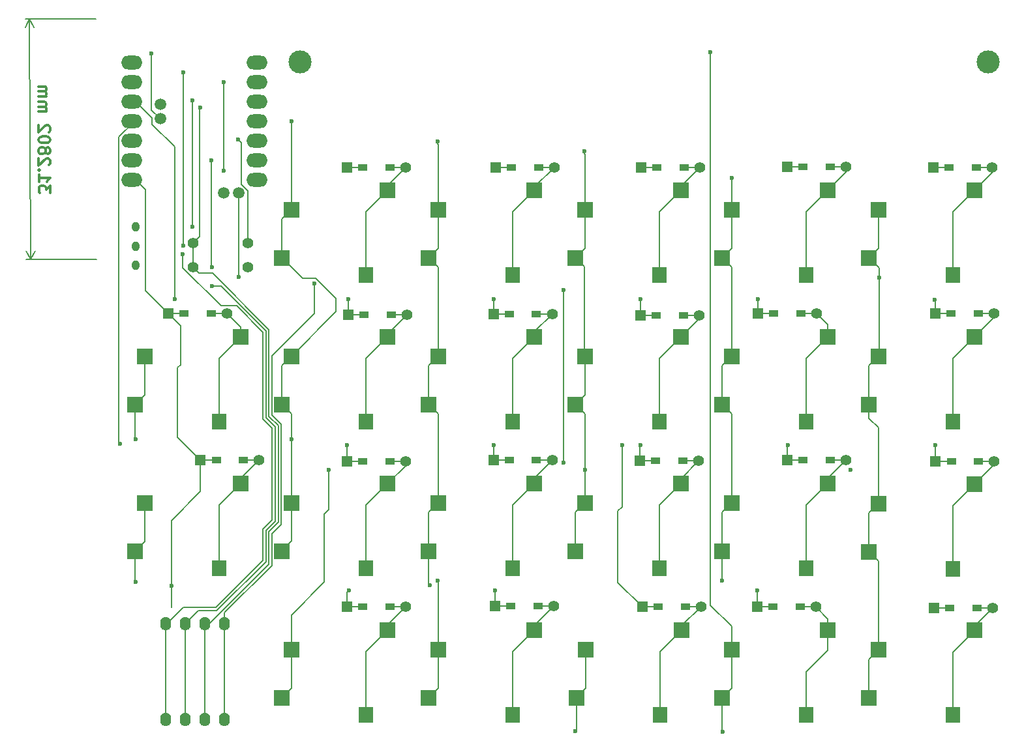
<source format=gbr>
%TF.GenerationSoftware,KiCad,Pcbnew,8.0.7*%
%TF.CreationDate,2025-02-20T17:21:25+09:00*%
%TF.ProjectId,cool642az1uball_R,636f6f6c-3634-4326-917a-317562616c6c,rev?*%
%TF.SameCoordinates,Original*%
%TF.FileFunction,Copper,L2,Bot*%
%TF.FilePolarity,Positive*%
%FSLAX46Y46*%
G04 Gerber Fmt 4.6, Leading zero omitted, Abs format (unit mm)*
G04 Created by KiCad (PCBNEW 8.0.7) date 2025-02-20 17:21:25*
%MOMM*%
%LPD*%
G01*
G04 APERTURE LIST*
%ADD10C,0.300000*%
%TA.AperFunction,NonConductor*%
%ADD11C,0.300000*%
%TD*%
%TA.AperFunction,NonConductor*%
%ADD12C,0.200000*%
%TD*%
%TA.AperFunction,ComponentPad*%
%ADD13R,1.397000X1.397000*%
%TD*%
%TA.AperFunction,SMDPad,CuDef*%
%ADD14R,1.300000X0.950000*%
%TD*%
%TA.AperFunction,ComponentPad*%
%ADD15C,1.397000*%
%TD*%
%TA.AperFunction,ComponentPad*%
%ADD16O,1.397000X1.778000*%
%TD*%
%TA.AperFunction,SMDPad,CuDef*%
%ADD17R,2.000000X2.000000*%
%TD*%
%TA.AperFunction,SMDPad,CuDef*%
%ADD18R,1.900000X2.000000*%
%TD*%
%TA.AperFunction,ComponentPad*%
%ADD19O,1.000000X1.300000*%
%TD*%
%TA.AperFunction,ComponentPad*%
%ADD20C,3.000000*%
%TD*%
%TA.AperFunction,ComponentPad*%
%ADD21O,2.750000X1.800000*%
%TD*%
%TA.AperFunction,ComponentPad*%
%ADD22C,1.500000*%
%TD*%
%TA.AperFunction,ViaPad*%
%ADD23C,0.600000*%
%TD*%
%TA.AperFunction,Conductor*%
%ADD24C,0.200000*%
%TD*%
G04 APERTURE END LIST*
D10*
D11*
X-38166205Y4719293D02*
X-38169173Y5647859D01*
X-38169173Y5647859D02*
X-38739001Y5146035D01*
X-38739001Y5146035D02*
X-38739686Y5360320D01*
X-38739686Y5360320D02*
X-38811571Y5502948D01*
X-38811571Y5502948D02*
X-38883227Y5574148D01*
X-38883227Y5574148D02*
X-39026312Y5645119D01*
X-39026312Y5645119D02*
X-39383453Y5643978D01*
X-39383453Y5643978D02*
X-39526081Y5572093D01*
X-39526081Y5572093D02*
X-39597281Y5500436D01*
X-39597281Y5500436D02*
X-39668252Y5357351D01*
X-39668252Y5357351D02*
X-39666882Y4928782D01*
X-39666882Y4928782D02*
X-39594997Y4786154D01*
X-39594997Y4786154D02*
X-39523341Y4714954D01*
X-39673733Y7071628D02*
X-39670993Y6214489D01*
X-39672363Y6643059D02*
X-38172370Y6647854D01*
X-38172370Y6647854D02*
X-38386198Y6504312D01*
X-38386198Y6504312D02*
X-38528598Y6360999D01*
X-38528598Y6360999D02*
X-38599569Y6217915D01*
X-39532932Y7714938D02*
X-39604588Y7786138D01*
X-39604588Y7786138D02*
X-39675788Y7714481D01*
X-39675788Y7714481D02*
X-39604131Y7643281D01*
X-39604131Y7643281D02*
X-39532932Y7714938D01*
X-39532932Y7714938D02*
X-39675788Y7714481D01*
X-38320707Y8361674D02*
X-38249507Y8433331D01*
X-38249507Y8433331D02*
X-38178536Y8576415D01*
X-38178536Y8576415D02*
X-38179678Y8933556D01*
X-38179678Y8933556D02*
X-38251562Y9076184D01*
X-38251562Y9076184D02*
X-38323219Y9147384D01*
X-38323219Y9147384D02*
X-38466304Y9218356D01*
X-38466304Y9218356D02*
X-38609160Y9217899D01*
X-38609160Y9217899D02*
X-38823216Y9145786D01*
X-38823216Y9145786D02*
X-39677615Y8285907D01*
X-39677615Y8285907D02*
X-39680583Y9214474D01*
X-38826185Y10074352D02*
X-38754300Y9931724D01*
X-38754300Y9931724D02*
X-38682644Y9860524D01*
X-38682644Y9860524D02*
X-38539559Y9789553D01*
X-38539559Y9789553D02*
X-38468131Y9789781D01*
X-38468131Y9789781D02*
X-38325503Y9861666D01*
X-38325503Y9861666D02*
X-38254303Y9933323D01*
X-38254303Y9933323D02*
X-38183331Y10076407D01*
X-38183331Y10076407D02*
X-38184245Y10362120D01*
X-38184245Y10362120D02*
X-38256130Y10504748D01*
X-38256130Y10504748D02*
X-38327786Y10575948D01*
X-38327786Y10575948D02*
X-38470871Y10646920D01*
X-38470871Y10646920D02*
X-38542299Y10646691D01*
X-38542299Y10646691D02*
X-38684927Y10574806D01*
X-38684927Y10574806D02*
X-38756127Y10503150D01*
X-38756127Y10503150D02*
X-38827098Y10360065D01*
X-38827098Y10360065D02*
X-38826185Y10074352D01*
X-38826185Y10074352D02*
X-38897157Y9931267D01*
X-38897157Y9931267D02*
X-38968356Y9859611D01*
X-38968356Y9859611D02*
X-39110984Y9787726D01*
X-39110984Y9787726D02*
X-39396697Y9786812D01*
X-39396697Y9786812D02*
X-39539782Y9857784D01*
X-39539782Y9857784D02*
X-39611439Y9928984D01*
X-39611439Y9928984D02*
X-39683324Y10071612D01*
X-39683324Y10071612D02*
X-39684237Y10357325D01*
X-39684237Y10357325D02*
X-39613265Y10500409D01*
X-39613265Y10500409D02*
X-39542066Y10572066D01*
X-39542066Y10572066D02*
X-39399438Y10643951D01*
X-39399438Y10643951D02*
X-39113725Y10644864D01*
X-39113725Y10644864D02*
X-38970640Y10573893D01*
X-38970640Y10573893D02*
X-38898983Y10502693D01*
X-38898983Y10502693D02*
X-38827098Y10360065D01*
X-38188127Y11576399D02*
X-38188583Y11719256D01*
X-38188583Y11719256D02*
X-38260468Y11861884D01*
X-38260468Y11861884D02*
X-38332125Y11933084D01*
X-38332125Y11933084D02*
X-38475210Y12004055D01*
X-38475210Y12004055D02*
X-38761151Y12074570D01*
X-38761151Y12074570D02*
X-39118292Y12073428D01*
X-39118292Y12073428D02*
X-39403776Y12001086D01*
X-39403776Y12001086D02*
X-39546404Y11929202D01*
X-39546404Y11929202D02*
X-39617604Y11857545D01*
X-39617604Y11857545D02*
X-39688576Y11714460D01*
X-39688576Y11714460D02*
X-39688119Y11571604D01*
X-39688119Y11571604D02*
X-39616234Y11428976D01*
X-39616234Y11428976D02*
X-39544577Y11357776D01*
X-39544577Y11357776D02*
X-39401493Y11286804D01*
X-39401493Y11286804D02*
X-39115551Y11216290D01*
X-39115551Y11216290D02*
X-38758410Y11217431D01*
X-38758410Y11217431D02*
X-38472926Y11289773D01*
X-38472926Y11289773D02*
X-38330298Y11361658D01*
X-38330298Y11361658D02*
X-38259098Y11433314D01*
X-38259098Y11433314D02*
X-38188127Y11576399D01*
X-38334408Y12647365D02*
X-38263208Y12719022D01*
X-38263208Y12719022D02*
X-38192237Y12862106D01*
X-38192237Y12862106D02*
X-38193379Y13219248D01*
X-38193379Y13219248D02*
X-38265264Y13361876D01*
X-38265264Y13361876D02*
X-38336920Y13433075D01*
X-38336920Y13433075D02*
X-38480005Y13504047D01*
X-38480005Y13504047D02*
X-38622861Y13503590D01*
X-38622861Y13503590D02*
X-38836918Y13431477D01*
X-38836918Y13431477D02*
X-39691316Y12571598D01*
X-39691316Y12571598D02*
X-39694284Y13500165D01*
X-39699993Y15285870D02*
X-38699998Y15289066D01*
X-38842855Y15288610D02*
X-38771655Y15360266D01*
X-38771655Y15360266D02*
X-38700683Y15503351D01*
X-38700683Y15503351D02*
X-38701368Y15717636D01*
X-38701368Y15717636D02*
X-38773253Y15860264D01*
X-38773253Y15860264D02*
X-38916338Y15931235D01*
X-38916338Y15931235D02*
X-39702048Y15928723D01*
X-38916338Y15931235D02*
X-38773710Y16003120D01*
X-38773710Y16003120D02*
X-38702738Y16146205D01*
X-38702738Y16146205D02*
X-38703424Y16360490D01*
X-38703424Y16360490D02*
X-38775308Y16503118D01*
X-38775308Y16503118D02*
X-38918393Y16574089D01*
X-38918393Y16574089D02*
X-39704103Y16571577D01*
X-39706387Y17285859D02*
X-38706392Y17289056D01*
X-38849249Y17288600D02*
X-38778049Y17360256D01*
X-38778049Y17360256D02*
X-38707077Y17503341D01*
X-38707077Y17503341D02*
X-38707762Y17717625D01*
X-38707762Y17717625D02*
X-38779647Y17860254D01*
X-38779647Y17860254D02*
X-38922732Y17931225D01*
X-38922732Y17931225D02*
X-39708442Y17928713D01*
X-38922732Y17931225D02*
X-38780104Y18003110D01*
X-38780104Y18003110D02*
X-38709132Y18146195D01*
X-38709132Y18146195D02*
X-38709817Y18360479D01*
X-38709817Y18360479D02*
X-38781702Y18503107D01*
X-38781702Y18503107D02*
X-38924787Y18574079D01*
X-38924787Y18574079D02*
X-39710497Y18571567D01*
D12*
X-32249997Y27378402D02*
X-41446659Y27349001D01*
X-32149997Y-3901598D02*
X-41346659Y-3930999D01*
X-40860242Y27350875D02*
X-40760242Y-3929125D01*
X-40860242Y27350875D02*
X-40760242Y-3929125D01*
X-40860242Y27350875D02*
X-40270223Y26226252D01*
X-40860242Y27350875D02*
X-41443058Y26222502D01*
X-40760242Y-3929125D02*
X-41350261Y-2804502D01*
X-40760242Y-3929125D02*
X-40177426Y-2800752D01*
D13*
%TO.P,D7,1,K*%
%TO.N,Row2*%
X19340000Y-30010000D03*
D14*
X21375000Y-30010000D03*
%TO.P,D7,2,A*%
%TO.N,Net-(D7-A)*%
X24925000Y-30010000D03*
D15*
X26960000Y-30010000D03*
%TD*%
D16*
%TO.P,OL1,1,SDA*%
%TO.N,SDIO*%
X-23180000Y-51200000D03*
X-23180000Y-63646000D03*
%TO.P,OL1,2,SCL*%
%TO.N,SCLK*%
X-20640000Y-51200000D03*
X-20640000Y-63646000D03*
%TO.P,OL1,3,VCC*%
%TO.N,3.3V*%
X-18100000Y-51200000D03*
X-18100000Y-63646000D03*
%TO.P,OL1,4,GND*%
%TO.N,GND*%
X-15560000Y-51200000D03*
X-15560000Y-63646000D03*
%TD*%
D13*
%TO.P,D11,1,K*%
%TO.N,Row2*%
X38370000Y-30100000D03*
D14*
X40405000Y-30100000D03*
%TO.P,D11,2,A*%
%TO.N,Net-(D11-A)*%
X43955000Y-30100000D03*
D15*
X45990000Y-30100000D03*
%TD*%
D17*
%TO.P,SW1,1,1*%
%TO.N,Col0*%
X-8100000Y-3700000D03*
X-6900000Y2540000D03*
D18*
%TO.P,SW1,2,2*%
%TO.N,Net-(D1-A)*%
X2800000Y-5900000D03*
D17*
X5600000Y5080000D03*
%TD*%
D13*
%TO.P,D20,1,K*%
%TO.N,Row3*%
X76510000Y-49200000D03*
D14*
X78545000Y-49200000D03*
%TO.P,D20,2,A*%
%TO.N,Net-(D20-A)*%
X82095000Y-49200000D03*
D15*
X84130000Y-49200000D03*
%TD*%
D17*
%TO.P,SW8,1,1*%
%TO.N,Col1*%
X-27150000Y-41800000D03*
X-25950000Y-35560000D03*
D18*
%TO.P,SW8,2,2*%
%TO.N,Net-(D8-A)*%
X-16250000Y-44000000D03*
D17*
X-13450000Y-33020000D03*
%TD*%
D13*
%TO.P,D13,1,K*%
%TO.N,Row0*%
X57500000Y8140000D03*
D14*
X59535000Y8140000D03*
%TO.P,D13,2,A*%
%TO.N,Net-(D13-A)*%
X63085000Y8140000D03*
D15*
X65120000Y8140000D03*
%TD*%
D17*
%TO.P,SW16,1,1*%
%TO.N,Col3*%
X10950000Y-60850000D03*
X12150000Y-54610000D03*
D18*
%TO.P,SW16,2,2*%
%TO.N,Net-(D16-A)*%
X21850000Y-63050000D03*
D17*
X24650000Y-52070000D03*
%TD*%
D19*
%TO.P,SW21,1,A*%
%TO.N,unconnected-(SW21-A-Pad1)*%
X-27070000Y-4670000D03*
%TO.P,SW21,2,B*%
%TO.N,Net-(BT1--)*%
X-27070000Y-2170000D03*
%TO.P,SW21,3,C*%
%TO.N,GND*%
X-27070000Y330000D03*
%TD*%
D17*
%TO.P,SW13,1,1*%
%TO.N,Col3*%
X49050000Y-3700000D03*
X50250000Y2540000D03*
D18*
%TO.P,SW13,2,2*%
%TO.N,Net-(D13-A)*%
X59950000Y-5900000D03*
D17*
X62750000Y5080000D03*
%TD*%
D13*
%TO.P,D15,1,K*%
%TO.N,Row2*%
X57500000Y-29950000D03*
D14*
X59535000Y-29950000D03*
%TO.P,D15,2,A*%
%TO.N,Net-(D15-A)*%
X63085000Y-29950000D03*
D15*
X65120000Y-29950000D03*
%TD*%
D13*
%TO.P,D1,1,K*%
%TO.N,Row0*%
X350000Y8000000D03*
D14*
X2385000Y8000000D03*
%TO.P,D1,2,A*%
%TO.N,Net-(D1-A)*%
X5935000Y8000000D03*
D15*
X7970000Y8000000D03*
%TD*%
D13*
%TO.P,D9,1,K*%
%TO.N,Row0*%
X38490000Y8000000D03*
D14*
X40525000Y8000000D03*
%TO.P,D9,2,A*%
%TO.N,Net-(D9-A)*%
X44075000Y8000000D03*
D15*
X46110000Y8000000D03*
%TD*%
D13*
%TO.P,D17,1,K*%
%TO.N,Row0*%
X76480000Y8060000D03*
D14*
X78515000Y8060000D03*
%TO.P,D17,2,A*%
%TO.N,Net-(D17-A)*%
X82065000Y8060000D03*
D15*
X84100000Y8060000D03*
%TD*%
D13*
%TO.P,D4,1,K*%
%TO.N,Row3*%
X-22850000Y-10950000D03*
D14*
X-20815000Y-10950000D03*
%TO.P,D4,2,A*%
%TO.N,Net-(D4-A)*%
X-17265000Y-10950000D03*
D15*
X-15230000Y-10950000D03*
%TD*%
%TO.P,R1,1*%
%TO.N,3.3V*%
X-19632000Y-1788480D03*
%TO.P,R1,2*%
%TO.N,SDIO*%
X-12520000Y-1788480D03*
%TD*%
D13*
%TO.P,D16,1,K*%
%TO.N,Row3*%
X19570000Y-48970000D03*
D14*
X21605000Y-48970000D03*
%TO.P,D16,2,A*%
%TO.N,Net-(D16-A)*%
X25155000Y-48970000D03*
D15*
X27190000Y-48970000D03*
%TD*%
D13*
%TO.P,D21,1,K*%
%TO.N,Row2*%
X38660000Y-49030000D03*
D14*
X40695000Y-49030000D03*
%TO.P,D21,2,A*%
%TO.N,Net-(D21-A)*%
X44245000Y-49030000D03*
D15*
X46280000Y-49030000D03*
%TD*%
D17*
%TO.P,SW17,1,1*%
%TO.N,Col4*%
X68100000Y-3700000D03*
X69300000Y2540000D03*
D18*
%TO.P,SW17,2,2*%
%TO.N,Net-(D17-A)*%
X79000000Y-5900000D03*
D17*
X81800000Y5080000D03*
%TD*%
D13*
%TO.P,D3,1,K*%
%TO.N,Row2*%
X295000Y-30130000D03*
D14*
X2330000Y-30130000D03*
%TO.P,D3,2,A*%
%TO.N,Net-(D3-A)*%
X5880000Y-30130000D03*
D15*
X7915000Y-30130000D03*
%TD*%
D13*
%TO.P,D19,1,K*%
%TO.N,Row2*%
X76740000Y-30110000D03*
D14*
X78775000Y-30110000D03*
%TO.P,D19,2,A*%
%TO.N,Net-(D19-A)*%
X82325000Y-30110000D03*
D15*
X84360000Y-30110000D03*
%TD*%
D17*
%TO.P,SW11,1,1*%
%TO.N,Col2*%
X30000000Y-41800000D03*
X31200000Y-35560000D03*
D18*
%TO.P,SW11,2,2*%
%TO.N,Net-(D11-A)*%
X40900000Y-44000000D03*
D17*
X43700000Y-33020000D03*
%TD*%
%TO.P,SW23,1,1*%
%TO.N,Col5*%
X49050000Y-60850000D03*
X50250000Y-54610000D03*
D18*
%TO.P,SW23,2,2*%
%TO.N,Net-(D22-A)*%
X59950000Y-63050000D03*
D17*
X62750000Y-52070000D03*
%TD*%
%TO.P,SW12,1,1*%
%TO.N,Col2*%
X-8100000Y-60850000D03*
X-6900000Y-54610000D03*
D18*
%TO.P,SW12,2,2*%
%TO.N,Net-(D12-A)*%
X2800000Y-63050000D03*
D17*
X5600000Y-52070000D03*
%TD*%
%TO.P,SW19,1,1*%
%TO.N,Col4*%
X68100000Y-41900000D03*
X69300000Y-35660000D03*
D18*
%TO.P,SW19,2,2*%
%TO.N,Net-(D19-A)*%
X79000000Y-44100000D03*
D17*
X81800000Y-33120000D03*
%TD*%
%TO.P,SW20,1,1*%
%TO.N,Col4*%
X68100000Y-60850000D03*
X69300000Y-54610000D03*
D18*
%TO.P,SW20,2,2*%
%TO.N,Net-(D20-A)*%
X79000000Y-63050000D03*
D17*
X81800000Y-52070000D03*
%TD*%
D13*
%TO.P,D10,1,K*%
%TO.N,Row1*%
X38430000Y-11150000D03*
D14*
X40465000Y-11150000D03*
%TO.P,D10,2,A*%
%TO.N,Net-(D10-A)*%
X44015000Y-11150000D03*
D15*
X46050000Y-11150000D03*
%TD*%
%TO.P,R2,1*%
%TO.N,3.3V*%
X-19632000Y-4940000D03*
%TO.P,R2,2*%
%TO.N,SCLK*%
X-12520000Y-4940000D03*
%TD*%
D17*
%TO.P,SW7,1,1*%
%TO.N,Col1*%
X10950000Y-41800000D03*
X12150000Y-35560000D03*
D18*
%TO.P,SW7,2,2*%
%TO.N,Net-(D7-A)*%
X21850000Y-44000000D03*
D17*
X24650000Y-33020000D03*
%TD*%
D13*
%TO.P,D22,1,K*%
%TO.N,Row3*%
X53590000Y-49060000D03*
D14*
X55625000Y-49060000D03*
%TO.P,D22,2,A*%
%TO.N,Net-(D22-A)*%
X59175000Y-49060000D03*
D15*
X61210000Y-49060000D03*
%TD*%
D17*
%TO.P,SW10,1,1*%
%TO.N,Col2*%
X30000000Y-22750000D03*
X31200000Y-16510000D03*
D18*
%TO.P,SW10,2,2*%
%TO.N,Net-(D10-A)*%
X40900000Y-24950000D03*
D17*
X43700000Y-13970000D03*
%TD*%
D13*
%TO.P,D2,1,K*%
%TO.N,Row1*%
X500000Y-11080000D03*
D14*
X2535000Y-11080000D03*
%TO.P,D2,2,A*%
%TO.N,Net-(D2-A)*%
X6085000Y-11080000D03*
D15*
X8120000Y-11080000D03*
%TD*%
D13*
%TO.P,D6,1,K*%
%TO.N,Row1*%
X19340000Y-10980000D03*
D14*
X21375000Y-10980000D03*
%TO.P,D6,2,A*%
%TO.N,Net-(D6-A)*%
X24925000Y-10980000D03*
D15*
X26960000Y-10980000D03*
%TD*%
D17*
%TO.P,SW5,1,1*%
%TO.N,Col1*%
X10950000Y-3700000D03*
X12150000Y2540000D03*
D18*
%TO.P,SW5,2,2*%
%TO.N,Net-(D5-A)*%
X21850000Y-5900000D03*
D17*
X24650000Y5080000D03*
%TD*%
%TO.P,SW6,1,1*%
%TO.N,Col1*%
X10950000Y-22750000D03*
X12150000Y-16510000D03*
D18*
%TO.P,SW6,2,2*%
%TO.N,Net-(D6-A)*%
X21850000Y-24950000D03*
D17*
X24650000Y-13970000D03*
%TD*%
%TO.P,SW9,1,1*%
%TO.N,Col2*%
X30000000Y-3700000D03*
X31200000Y2540000D03*
D18*
%TO.P,SW9,2,2*%
%TO.N,Net-(D9-A)*%
X40900000Y-5900000D03*
D17*
X43700000Y5080000D03*
%TD*%
%TO.P,SW4,1,1*%
%TO.N,Col0*%
X-27150000Y-22750000D03*
X-25950000Y-16510000D03*
D18*
%TO.P,SW4,2,2*%
%TO.N,Net-(D4-A)*%
X-16250000Y-24950000D03*
D17*
X-13450000Y-13970000D03*
%TD*%
%TO.P,SW22,1,1*%
%TO.N,Col5*%
X30100000Y-60850000D03*
X31300000Y-54610000D03*
D18*
%TO.P,SW22,2,2*%
%TO.N,Net-(D21-A)*%
X41000000Y-63050000D03*
D17*
X43800000Y-52070000D03*
%TD*%
D13*
%TO.P,D8,1,K*%
%TO.N,Row3*%
X-18680000Y-29980000D03*
D14*
X-16645000Y-29980000D03*
%TO.P,D8,2,A*%
%TO.N,Net-(D8-A)*%
X-13095000Y-29980000D03*
D15*
X-11060000Y-29980000D03*
%TD*%
D20*
%TO.P,BT1,1,+*%
%TO.N,Bat*%
X-5730000Y21730000D03*
%TO.P,BT1,2,-*%
%TO.N,Net-(BT1--)*%
X83540000Y21770000D03*
%TD*%
D13*
%TO.P,D14,1,K*%
%TO.N,Row1*%
X53680000Y-10930000D03*
D14*
X55715000Y-10930000D03*
%TO.P,D14,2,A*%
%TO.N,Net-(D14-A)*%
X59265000Y-10930000D03*
D15*
X61300000Y-10930000D03*
%TD*%
D13*
%TO.P,D12,1,K*%
%TO.N,Row3*%
X300000Y-49060000D03*
D14*
X2335000Y-49060000D03*
%TO.P,D12,2,A*%
%TO.N,Net-(D12-A)*%
X5885000Y-49060000D03*
D15*
X7920000Y-49060000D03*
%TD*%
D13*
%TO.P,D5,1,K*%
%TO.N,Row0*%
X19600000Y8040000D03*
D14*
X21635000Y8040000D03*
%TO.P,D5,2,A*%
%TO.N,Net-(D5-A)*%
X25185000Y8040000D03*
D15*
X27220000Y8040000D03*
%TD*%
D17*
%TO.P,SW2,1,1*%
%TO.N,Col0*%
X-8100000Y-22750000D03*
X-6900000Y-16510000D03*
D18*
%TO.P,SW2,2,2*%
%TO.N,Net-(D2-A)*%
X2800000Y-24950000D03*
D17*
X5600000Y-13970000D03*
%TD*%
%TO.P,SW18,1,1*%
%TO.N,Col4*%
X68100000Y-22750000D03*
X69300000Y-16510000D03*
D18*
%TO.P,SW18,2,2*%
%TO.N,Net-(D18-A)*%
X79000000Y-24950000D03*
D17*
X81800000Y-13970000D03*
%TD*%
%TO.P,SW14,1,1*%
%TO.N,Col3*%
X49050000Y-22750000D03*
X50250000Y-16510000D03*
D18*
%TO.P,SW14,2,2*%
%TO.N,Net-(D14-A)*%
X59950000Y-24950000D03*
D17*
X62750000Y-13970000D03*
%TD*%
D13*
%TO.P,D18,1,K*%
%TO.N,Row1*%
X76730000Y-10920000D03*
D14*
X78765000Y-10920000D03*
%TO.P,D18,2,A*%
%TO.N,Net-(D18-A)*%
X82315000Y-10920000D03*
D15*
X84350000Y-10920000D03*
%TD*%
D17*
%TO.P,SW15,1,1*%
%TO.N,Col3*%
X49050000Y-41800000D03*
X50250000Y-35560000D03*
D18*
%TO.P,SW15,2,2*%
%TO.N,Net-(D15-A)*%
X59950000Y-44000000D03*
D17*
X62750000Y-33020000D03*
%TD*%
D21*
%TO.P,U1,1,P0.02_A0_D0*%
%TO.N,Col5*%
X-27590000Y21650000D03*
%TO.P,U1,2,P0.03_A1_D1*%
%TO.N,Row0*%
X-27590000Y19110000D03*
%TO.P,U1,3,P0.28_A2_D2*%
%TO.N,Row1*%
X-27590000Y16570000D03*
%TO.P,U1,4,P0.29_A3_D3*%
%TO.N,Row2*%
X-27590000Y14030000D03*
%TO.P,U1,5,P0.04_A4_D4_SDA*%
%TO.N,SDIO*%
X-27590000Y11490000D03*
%TO.P,U1,6,P0.05_A5_D5_SCL*%
%TO.N,SCLK*%
X-27590000Y8950000D03*
%TO.P,U1,7,P1.11_D6_TX*%
%TO.N,Row3*%
X-27590000Y6410000D03*
%TO.P,U1,8,P1.12_D7_RX*%
%TO.N,Col3*%
X-11350000Y6410000D03*
%TO.P,U1,9,P1.13_D8_SCK*%
%TO.N,Col2*%
X-11350000Y8950000D03*
%TO.P,U1,10,P1.14_D9_MISO*%
%TO.N,Col1*%
X-11350000Y11490000D03*
%TO.P,U1,11,P1.15_D10_MOSI*%
%TO.N,Col0*%
X-11350000Y14030000D03*
%TO.P,U1,12,3V3*%
%TO.N,3.3V*%
X-11350000Y16570000D03*
%TO.P,U1,13,GND*%
%TO.N,GND*%
X-11350000Y19110000D03*
%TO.P,U1,14,5V*%
%TO.N,VCC*%
X-11350000Y21650000D03*
D22*
%TO.P,U1,15,NFC1_0.09*%
%TO.N,unconnected-(U1-NFC1_0.09-Pad15)*%
X-15634600Y4718000D03*
%TO.P,U1,16,NFC2_0.10*%
%TO.N,Col4*%
X-13755000Y4718000D03*
%TO.P,U1,20,BATT+*%
%TO.N,Bat*%
X-23915000Y14347000D03*
%TO.P,U1,21,BATT-*%
%TO.N,GND*%
X-23915000Y16252000D03*
%TD*%
D17*
%TO.P,SW3,1,1*%
%TO.N,Col0*%
X-8100000Y-41800000D03*
X-6900000Y-35560000D03*
D18*
%TO.P,SW3,2,2*%
%TO.N,Net-(D3-A)*%
X2800000Y-44000000D03*
D17*
X5600000Y-33020000D03*
%TD*%
D23*
%TO.N,Col3*%
X12120000Y-45640000D03*
%TO.N,Row3*%
X19550000Y-46930000D03*
%TO.N,Col5*%
X49090000Y-65280000D03*
X30000000Y-65230000D03*
%TO.N,SDIO*%
X-20970000Y-3260000D03*
%TO.N,SCLK*%
X-17190000Y-7370000D03*
%TO.N,GND*%
X-3900000Y-7060000D03*
%TO.N,SCLK*%
X-17260000Y8970000D03*
X-17170000Y-4940000D03*
%TO.N,SDIO*%
X-13830000Y11660000D03*
%TO.N,3.3V*%
X-18760000Y15860000D03*
%TO.N,Col5*%
X47490000Y23010000D03*
%TO.N,Col2*%
X-2030000Y-31240000D03*
%TO.N,Row2*%
X36030000Y-28070000D03*
%TO.N,Row3*%
X53580000Y-46930000D03*
%TO.N,Bat*%
X-25040000Y22850000D03*
%TO.N,Row0*%
X-15660000Y19160000D03*
X-15660000Y7650000D03*
%TO.N,Row1*%
X76650000Y-9160000D03*
X53670000Y-9040000D03*
X510000Y-9100000D03*
X-22060000Y-9070000D03*
X38450000Y-9100000D03*
X19340000Y-9100000D03*
%TO.N,Row2*%
X340000Y-28070000D03*
X38470000Y-28070000D03*
X19360000Y-28070000D03*
X76720000Y-28030000D03*
X57530000Y-28070000D03*
X-29120000Y-27840000D03*
%TO.N,Row3*%
X560000Y-46930000D03*
X-22450000Y-46340000D03*
%TO.N,GND*%
X65680000Y-31230000D03*
X28480000Y-7840000D03*
X-19710000Y16800000D03*
X-19700000Y330000D03*
X28470000Y-30300000D03*
%TO.N,Col0*%
X-6860000Y14050000D03*
X-27130000Y-27240000D03*
X-6900000Y-27240000D03*
%TO.N,Col1*%
X-27100000Y-45810000D03*
X11050000Y-46230000D03*
X12110000Y11420000D03*
%TO.N,Col2*%
X31200000Y-31240000D03*
X31160000Y10190000D03*
%TO.N,Col3*%
X49020000Y-45640000D03*
X50250000Y6670000D03*
%TO.N,Col4*%
X69430000Y-6240000D03*
X-13750000Y-6160000D03*
%TO.N,Net-(BT1--)*%
X-20910000Y-2100000D03*
X-20880000Y20410000D03*
%TD*%
D24*
%TO.N,Col3*%
X12150000Y-54610000D02*
X12150000Y-45670000D01*
X12150000Y-45670000D02*
X12120000Y-45640000D01*
%TO.N,Row3*%
X19570000Y-48970000D02*
X19570000Y-46950000D01*
X19570000Y-46950000D02*
X19550000Y-46930000D01*
%TO.N,Net-(D22-A)*%
X62750000Y-52070000D02*
X62750000Y-50600000D01*
X62750000Y-50600000D02*
X61210000Y-49060000D01*
X59950000Y-63050000D02*
X59950000Y-57506497D01*
X59950000Y-57506497D02*
X62750000Y-54706497D01*
X62750000Y-54706497D02*
X62750000Y-52070000D01*
%TO.N,Col5*%
X30100000Y-60850000D02*
X30100000Y-65130000D01*
X30100000Y-65130000D02*
X30000000Y-65230000D01*
X49090000Y-65280000D02*
X49050000Y-65240000D01*
X49050000Y-65240000D02*
X49050000Y-60850000D01*
%TO.N,SDIO*%
X-16032593Y-9951500D02*
X-20970000Y-5014093D01*
X-9400000Y-28440000D02*
X-9400000Y-25817058D01*
X-20874314Y-49090000D02*
X-16705686Y-49090000D01*
X-20970000Y-5014093D02*
X-20970000Y-3260000D01*
X-10600000Y-38928628D02*
X-9400000Y-37728628D01*
X-10887843Y-43272157D02*
X-10600000Y-42984314D01*
X-23020000Y-51200000D02*
X-20892157Y-49072157D01*
X-9400000Y-37728628D02*
X-9400000Y-28440000D01*
X-16705686Y-49090000D02*
X-10887843Y-43272157D01*
X-10600000Y-13371372D02*
X-14019872Y-9951500D01*
X-10600000Y-42984314D02*
X-10600000Y-38928628D01*
X-23180000Y-51200000D02*
X-23020000Y-51200000D01*
X-14019872Y-9951500D02*
X-16032593Y-9951500D01*
X-20892157Y-49072157D02*
X-20874314Y-49090000D01*
X-9400000Y-25817058D02*
X-10600000Y-24617058D01*
X-10600000Y-24617058D02*
X-10600000Y-24285686D01*
X-10600000Y-24285686D02*
X-10600000Y-13371372D01*
%TO.N,3.3V*%
X-19632000Y-1788480D02*
X-19632000Y-4940000D01*
%TO.N,SCLK*%
X-16035686Y-7370000D02*
X-17190000Y-7370000D01*
X-9000000Y-25651372D02*
X-10200000Y-24451372D01*
X-9000000Y-34090000D02*
X-9000000Y-31380000D01*
X-10200000Y-24451372D02*
X-10200000Y-13205686D01*
X-10200000Y-13205686D02*
X-14007843Y-9397843D01*
X-9000000Y-27390000D02*
X-9000000Y-25651372D01*
X-10200000Y-39094314D02*
X-9000000Y-37894314D01*
X-9000000Y-37894314D02*
X-9000000Y-34090000D01*
X-14007843Y-9397843D02*
X-16035686Y-7370000D01*
X-10200000Y-43150000D02*
X-10200000Y-39094314D01*
X-9000000Y-31380000D02*
X-9000000Y-27390000D01*
%TO.N,3.3V*%
X-19632000Y-4940000D02*
X-18872000Y-5700000D01*
X-18872000Y-5700000D02*
X-17140000Y-5700000D01*
X-9800000Y-24285686D02*
X-8600000Y-25485686D01*
X-17140000Y-5700000D02*
X-9800000Y-13040000D01*
X-8600000Y-38060000D02*
X-9800000Y-39260000D01*
X-9800000Y-13040000D02*
X-9800000Y-24285686D01*
X-9800000Y-39260000D02*
X-9800000Y-43488319D01*
X-8600000Y-25485686D02*
X-8600000Y-38060000D01*
X-9800000Y-43488319D02*
X-17511681Y-51200000D01*
X-17511681Y-51200000D02*
X-18100000Y-51200000D01*
%TO.N,GND*%
X-3900000Y-7060000D02*
X-3900000Y-10910000D01*
X-8200000Y-25320000D02*
X-8200000Y-38320000D01*
X-9400000Y-39520000D02*
X-9400000Y-43654004D01*
X-3900000Y-10910000D02*
X-9400000Y-16410000D01*
X-9400000Y-16410000D02*
X-9400000Y-24120000D01*
X-9400000Y-24120000D02*
X-8200000Y-25320000D01*
X-8200000Y-38320000D02*
X-9400000Y-39520000D01*
X-9400000Y-43654004D02*
X-15560000Y-49814004D01*
X-15560000Y-49814004D02*
X-15560000Y-51200000D01*
%TO.N,SCLK*%
X-18990000Y-49550000D02*
X-16600000Y-49550000D01*
X-20640000Y-51200000D02*
X-18990000Y-49550000D01*
X-16600000Y-49550000D02*
X-10200000Y-43150000D01*
%TO.N,Col0*%
X-1090000Y-10700000D02*
X-1090000Y-8980000D01*
X-6900000Y-16510000D02*
X-1090000Y-10700000D01*
X-3750000Y-6320000D02*
X-5460000Y-6320000D01*
X-8080000Y-3700000D02*
X-5460000Y-6320000D01*
X-1090000Y-8980000D02*
X-3750000Y-6320000D01*
X-8100000Y-3700000D02*
X-8080000Y-3700000D01*
%TO.N,GND*%
X-15560000Y-51200000D02*
X-15560000Y-63646000D01*
%TO.N,3.3V*%
X-18100000Y-51200000D02*
X-18100000Y-63646000D01*
%TO.N,SCLK*%
X-20640000Y-51200000D02*
X-20640000Y-63646000D01*
%TO.N,SDIO*%
X-23180000Y-51200000D02*
X-23180000Y-63646000D01*
%TO.N,SCLK*%
X-17260000Y8970000D02*
X-17260000Y-4850000D01*
X-17260000Y-4850000D02*
X-17170000Y-4940000D01*
%TO.N,SDIO*%
X-13384753Y11214753D02*
X-13384753Y5832678D01*
X-13830000Y11660000D02*
X-13384753Y11214753D01*
X-13384753Y5832678D02*
X-12520000Y4967925D01*
X-12520000Y4967925D02*
X-12520000Y-1788480D01*
%TO.N,3.3V*%
X-18820000Y15800000D02*
X-18820000Y-976480D01*
X-18820000Y-976480D02*
X-19632000Y-1788480D01*
X-18760000Y15860000D02*
X-18820000Y15800000D01*
%TO.N,Col5*%
X47490000Y-48827907D02*
X47490000Y-22440000D01*
X50250000Y-54610000D02*
X50250000Y-51587907D01*
X47490000Y-22440000D02*
X47490000Y23010000D01*
X50250000Y-51587907D02*
X47490000Y-48827907D01*
%TO.N,Net-(D12-A)*%
X5600000Y-52070000D02*
X2800000Y-54870000D01*
X2800000Y-54870000D02*
X2800000Y-63050000D01*
X7920000Y-49060000D02*
X5600000Y-51380000D01*
X5600000Y-51380000D02*
X5600000Y-52070000D01*
X7920000Y-49060000D02*
X5885000Y-49060000D01*
%TO.N,Row3*%
X300000Y-49060000D02*
X2335000Y-49060000D01*
X300000Y-49060000D02*
X300000Y-47190000D01*
X300000Y-47190000D02*
X560000Y-46930000D01*
%TO.N,Col2*%
X-6900000Y-50130000D02*
X-2600000Y-45830000D01*
X-2600000Y-37023045D02*
X-2030000Y-36453045D01*
X-6900000Y-54610000D02*
X-6900000Y-50130000D01*
X-2600000Y-45830000D02*
X-2600000Y-37023045D01*
X-2030000Y-36453045D02*
X-2030000Y-31240000D01*
X-6900000Y-54610000D02*
X-6900000Y-59650000D01*
X-6900000Y-59650000D02*
X-8100000Y-60850000D01*
%TO.N,Col3*%
X12150000Y-54610000D02*
X12150000Y-59650000D01*
X12150000Y-59650000D02*
X10950000Y-60850000D01*
%TO.N,Col5*%
X50250000Y-54610000D02*
X50250000Y-59650000D01*
X50250000Y-59650000D02*
X49050000Y-60850000D01*
X31300000Y-54610000D02*
X31300000Y-59650000D01*
X31300000Y-59650000D02*
X30100000Y-60850000D01*
%TO.N,Net-(D16-A)*%
X24650000Y-52070000D02*
X21850000Y-54870000D01*
X21850000Y-54870000D02*
X21850000Y-63050000D01*
X27190000Y-48970000D02*
X24650000Y-51510000D01*
X24650000Y-51510000D02*
X24650000Y-52070000D01*
%TO.N,Row3*%
X19570000Y-48970000D02*
X21605000Y-48970000D01*
%TO.N,Net-(D16-A)*%
X27190000Y-48970000D02*
X25155000Y-48970000D01*
%TO.N,Net-(D21-A)*%
X46280000Y-49030000D02*
X43800000Y-51510000D01*
X43800000Y-51510000D02*
X43800000Y-52070000D01*
X43800000Y-52070000D02*
X41000000Y-54870000D01*
X41000000Y-54870000D02*
X41000000Y-63050000D01*
%TO.N,Row2*%
X38660000Y-49030000D02*
X35500000Y-45870000D01*
X35500000Y-45870000D02*
X35500000Y-36612742D01*
X35500000Y-36612742D02*
X36030000Y-36082742D01*
X36030000Y-36082742D02*
X36030000Y-28070000D01*
%TO.N,Row3*%
X53590000Y-49060000D02*
X53590000Y-46940000D01*
X53590000Y-46940000D02*
X53580000Y-46930000D01*
%TO.N,Net-(D21-A)*%
X46280000Y-49030000D02*
X44245000Y-49030000D01*
%TO.N,Row2*%
X38660000Y-49030000D02*
X40695000Y-49030000D01*
%TO.N,Net-(D22-A)*%
X61210000Y-49060000D02*
X59175000Y-49060000D01*
%TO.N,Row3*%
X53590000Y-49060000D02*
X55625000Y-49060000D01*
%TO.N,Bat*%
X-25040000Y15472000D02*
X-23915000Y14347000D01*
X-25040000Y22850000D02*
X-25040000Y15472000D01*
%TO.N,Net-(D1-A)*%
X5600000Y5080000D02*
X2800000Y2280000D01*
X5600000Y5630000D02*
X5600000Y5080000D01*
X7970000Y8000000D02*
X5600000Y5630000D01*
X5935000Y8000000D02*
X7970000Y8000000D01*
X2800000Y2280000D02*
X2800000Y-5900000D01*
%TO.N,Row0*%
X19600000Y8040000D02*
X21635000Y8040000D01*
X57500000Y8140000D02*
X59535000Y8140000D01*
X350000Y8000000D02*
X2385000Y8000000D01*
X-15660000Y19160000D02*
X-15660000Y7650000D01*
X76480000Y8060000D02*
X78515000Y8060000D01*
X38490000Y8000000D02*
X40525000Y8000000D01*
%TO.N,Net-(D2-A)*%
X6085000Y-11080000D02*
X8120000Y-11080000D01*
X8120000Y-11080000D02*
X5600000Y-13600000D01*
X5600000Y-13600000D02*
X5600000Y-13970000D01*
X5600000Y-13970000D02*
X2800000Y-16770000D01*
X2800000Y-16770000D02*
X2800000Y-24950000D01*
%TO.N,Row1*%
X38430000Y-11150000D02*
X40465000Y-11150000D01*
X-22060000Y10730000D02*
X-24965000Y13635000D01*
X-22060000Y-9070000D02*
X-22060000Y10730000D01*
X500000Y-9110000D02*
X510000Y-9100000D01*
X76730000Y-9240000D02*
X76650000Y-9160000D01*
X-24965000Y13635000D02*
X-24965000Y14445000D01*
X19340000Y-10980000D02*
X21375000Y-10980000D01*
X53670000Y-10920000D02*
X53680000Y-10930000D01*
X500000Y-11080000D02*
X2535000Y-11080000D01*
X-24965000Y14445000D02*
X-27090000Y16570000D01*
X38430000Y-9120000D02*
X38450000Y-9100000D01*
X500000Y-11080000D02*
X500000Y-9110000D01*
X19340000Y-10980000D02*
X19340000Y-9100000D01*
X53670000Y-9040000D02*
X53670000Y-10920000D01*
X76730000Y-10920000D02*
X76730000Y-9240000D01*
X53680000Y-10930000D02*
X55715000Y-10930000D01*
X38430000Y-11150000D02*
X38430000Y-9120000D01*
X76730000Y-10920000D02*
X78765000Y-10920000D01*
%TO.N,Net-(D3-A)*%
X5600000Y-33020000D02*
X2800000Y-35820000D01*
X5880000Y-30130000D02*
X7915000Y-30130000D01*
X7915000Y-30130000D02*
X7915000Y-30705000D01*
X7915000Y-30705000D02*
X5600000Y-33020000D01*
X2800000Y-35820000D02*
X2800000Y-44000000D01*
%TO.N,Row2*%
X38370000Y-28170000D02*
X38470000Y-28070000D01*
X295000Y-30130000D02*
X2330000Y-30130000D01*
X295000Y-30130000D02*
X295000Y-28115000D01*
X295000Y-28115000D02*
X340000Y-28070000D01*
X57500000Y-29950000D02*
X57500000Y-28100000D01*
X38370000Y-30100000D02*
X40405000Y-30100000D01*
X-29265000Y-27695000D02*
X-29120000Y-27840000D01*
X19340000Y-28090000D02*
X19360000Y-28070000D01*
X76740000Y-28050000D02*
X76740000Y-30110000D01*
X19340000Y-30010000D02*
X21375000Y-30010000D01*
X-27090000Y14030000D02*
X-27222056Y14030000D01*
X38370000Y-30100000D02*
X38370000Y-28170000D01*
X57500000Y-28100000D02*
X57530000Y-28070000D01*
X57500000Y-29950000D02*
X59535000Y-29950000D01*
X76740000Y-30110000D02*
X78775000Y-30110000D01*
X76720000Y-28030000D02*
X76740000Y-28050000D01*
X-27222056Y14030000D02*
X-29265000Y11987056D01*
X-29265000Y11987056D02*
X-29265000Y-27695000D01*
X19340000Y-30010000D02*
X19340000Y-28090000D01*
%TO.N,Net-(D4-A)*%
X-16250000Y-16770000D02*
X-16250000Y-24950000D01*
X-17265000Y-10950000D02*
X-15230000Y-10950000D01*
X-15230000Y-10950000D02*
X-13450000Y-12730000D01*
X-13450000Y-12730000D02*
X-13450000Y-13970000D01*
X-13450000Y-13970000D02*
X-16250000Y-16770000D01*
%TO.N,Row3*%
X-18680000Y-29980000D02*
X-18680000Y-34053045D01*
X-25820000Y-7980000D02*
X-25820000Y5140000D01*
X-25820000Y5140000D02*
X-27090000Y6410000D01*
X-21650000Y-17973045D02*
X-21650000Y-27010000D01*
X-21650000Y-27010000D02*
X-18680000Y-29980000D01*
X-22450000Y-37823045D02*
X-22450000Y-46340000D01*
X-22850000Y-10950000D02*
X-25820000Y-7980000D01*
X-22450000Y-46340000D02*
X-22450000Y-49090000D01*
X-21260000Y-12540000D02*
X-21260000Y-17583045D01*
X-18680000Y-34053045D02*
X-22450000Y-37823045D01*
X-22850000Y-10950000D02*
X-20815000Y-10950000D01*
X-22850000Y-10950000D02*
X-21260000Y-12540000D01*
X-21260000Y-17583045D02*
X-21650000Y-17973045D01*
X-18680000Y-29980000D02*
X-16645000Y-29980000D01*
X76510000Y-49200000D02*
X78545000Y-49200000D01*
%TO.N,Net-(D5-A)*%
X24650000Y5470000D02*
X24650000Y5080000D01*
X24650000Y5080000D02*
X21850000Y2280000D01*
X25185000Y8040000D02*
X27220000Y8040000D01*
X27220000Y8040000D02*
X24650000Y5470000D01*
X21850000Y2280000D02*
X21850000Y-5900000D01*
%TO.N,Net-(D6-A)*%
X26960000Y-10980000D02*
X24650000Y-13290000D01*
X24925000Y-10980000D02*
X26960000Y-10980000D01*
X24650000Y-13290000D02*
X24650000Y-13970000D01*
X24650000Y-13970000D02*
X21850000Y-16770000D01*
X21850000Y-16770000D02*
X21850000Y-24950000D01*
%TO.N,Net-(D7-A)*%
X21850000Y-35820000D02*
X24650000Y-33020000D01*
X21850000Y-44000000D02*
X21850000Y-35820000D01*
X24925000Y-30010000D02*
X26960000Y-30010000D01*
X26960000Y-30010000D02*
X24650000Y-32320000D01*
X24650000Y-32320000D02*
X24650000Y-33020000D01*
%TO.N,Net-(D8-A)*%
X-13450000Y-32370000D02*
X-13450000Y-33020000D01*
X-11060000Y-29980000D02*
X-13450000Y-32370000D01*
X-16250000Y-35820000D02*
X-16250000Y-44000000D01*
X-13095000Y-29980000D02*
X-11060000Y-29980000D01*
X-13450000Y-33020000D02*
X-16250000Y-35820000D01*
%TO.N,Net-(D9-A)*%
X46110000Y8000000D02*
X43700000Y5590000D01*
X43700000Y5590000D02*
X43700000Y5080000D01*
X44075000Y8000000D02*
X46110000Y8000000D01*
X40900000Y2280000D02*
X40900000Y-5900000D01*
X43700000Y5080000D02*
X40900000Y2280000D01*
%TO.N,Net-(D10-A)*%
X44015000Y-11150000D02*
X46050000Y-11150000D01*
X40900000Y-16770000D02*
X40900000Y-24950000D01*
X46050000Y-11150000D02*
X46050000Y-11620000D01*
X46050000Y-11620000D02*
X43700000Y-13970000D01*
X43700000Y-13970000D02*
X40900000Y-16770000D01*
%TO.N,Net-(D11-A)*%
X43700000Y-33020000D02*
X40900000Y-35820000D01*
X45990000Y-30100000D02*
X43700000Y-32390000D01*
X40900000Y-35820000D02*
X40900000Y-44000000D01*
X43955000Y-30100000D02*
X45990000Y-30100000D01*
X43700000Y-32390000D02*
X43700000Y-33020000D01*
%TO.N,Net-(D13-A)*%
X59950000Y2280000D02*
X59950000Y-5900000D01*
X62750000Y5080000D02*
X59950000Y2280000D01*
X65120000Y8140000D02*
X65120000Y7450000D01*
X65120000Y7450000D02*
X62750000Y5080000D01*
X63085000Y8140000D02*
X65120000Y8140000D01*
%TO.N,Net-(D14-A)*%
X61300000Y-10930000D02*
X62750000Y-12380000D01*
X62750000Y-13970000D02*
X59950000Y-16770000D01*
X59265000Y-10930000D02*
X61300000Y-10930000D01*
X59950000Y-16770000D02*
X59950000Y-24950000D01*
X62750000Y-12380000D02*
X62750000Y-13970000D01*
%TO.N,Net-(D15-A)*%
X65120000Y-29950000D02*
X62750000Y-32320000D01*
X62750000Y-32320000D02*
X62750000Y-33020000D01*
X62750000Y-33020000D02*
X59950000Y-35820000D01*
X63085000Y-29950000D02*
X65120000Y-29950000D01*
X59950000Y-35820000D02*
X59950000Y-44000000D01*
%TO.N,Net-(D17-A)*%
X81800000Y5080000D02*
X79000000Y2280000D01*
X79000000Y2280000D02*
X79000000Y-5900000D01*
X82065000Y8060000D02*
X84100000Y8060000D01*
X84100000Y8060000D02*
X84100000Y7380000D01*
X84100000Y7380000D02*
X81800000Y5080000D01*
%TO.N,Net-(D18-A)*%
X84350000Y-11420000D02*
X81800000Y-13970000D01*
X84350000Y-10920000D02*
X84350000Y-11420000D01*
X79000000Y-16770000D02*
X79000000Y-24950000D01*
X82315000Y-10920000D02*
X84350000Y-10920000D01*
X81800000Y-13970000D02*
X79000000Y-16770000D01*
%TO.N,GND*%
X28470000Y-30300000D02*
X28470000Y-7850000D01*
X-19690000Y340000D02*
X-19700000Y330000D01*
X-19700000Y330000D02*
X-19700000Y16790000D01*
X-19700000Y16790000D02*
X-19710000Y16800000D01*
X28470000Y-7850000D02*
X28480000Y-7840000D01*
X65890000Y-31440000D02*
X65680000Y-31230000D01*
%TO.N,Net-(D19-A)*%
X84360000Y-30560000D02*
X81800000Y-33120000D01*
X81800000Y-33120000D02*
X79000000Y-35920000D01*
X79000000Y-35920000D02*
X79000000Y-44100000D01*
X82325000Y-30110000D02*
X84360000Y-30110000D01*
X84360000Y-30110000D02*
X84360000Y-30560000D01*
%TO.N,Col0*%
X-8100000Y-17710000D02*
X-6900000Y-16510000D01*
X-6860000Y14050000D02*
X-6900000Y14010000D01*
X-8100000Y1340000D02*
X-6900000Y2540000D01*
X-8100000Y-41690000D02*
X-6900000Y-40490000D01*
X-6900000Y14010000D02*
X-6900000Y2540000D01*
X-6900000Y-23950000D02*
X-8100000Y-22750000D01*
X-25950000Y-21550000D02*
X-27150000Y-22750000D01*
X-6900000Y-40490000D02*
X-6900000Y-35560000D01*
X-6900000Y-35560000D02*
X-6900000Y-23950000D01*
X-27150000Y-27220000D02*
X-27130000Y-27240000D01*
X-8100000Y-41800000D02*
X-8100000Y-41690000D01*
X-8100000Y-22750000D02*
X-8100000Y-17710000D01*
X-25950000Y-16510000D02*
X-25950000Y-21550000D01*
X-8100000Y-3700000D02*
X-8100000Y1340000D01*
X-27150000Y-22750000D02*
X-27150000Y-27220000D01*
%TO.N,Col1*%
X-25950000Y-35560000D02*
X-25950000Y-40600000D01*
X12110000Y11420000D02*
X12110000Y11120000D01*
X12150000Y-23950000D02*
X10950000Y-22750000D01*
X10950000Y-36760000D02*
X12150000Y-35560000D01*
X12150000Y-2500000D02*
X10950000Y-3700000D01*
X10950000Y-17710000D02*
X12150000Y-16510000D01*
X-25950000Y-40600000D02*
X-27150000Y-41800000D01*
X12110000Y11120000D02*
X12150000Y11080000D01*
X12150000Y-35560000D02*
X12150000Y-23950000D01*
X12150000Y-16510000D02*
X12150000Y-4900000D01*
X11050000Y-46230000D02*
X10950000Y-46130000D01*
X12150000Y11080000D02*
X12150000Y2540000D01*
X10950000Y-22750000D02*
X10950000Y-17710000D01*
X10950000Y-46130000D02*
X10950000Y-41800000D01*
X12150000Y-4900000D02*
X10950000Y-3700000D01*
X10950000Y-41800000D02*
X10950000Y-36760000D01*
X12150000Y2540000D02*
X12150000Y-2500000D01*
X-27150000Y-45760000D02*
X-27100000Y-45810000D01*
X-27150000Y-41800000D02*
X-27150000Y-45760000D01*
%TO.N,Col2*%
X31200000Y-21550000D02*
X30000000Y-22750000D01*
X31120000Y-16430000D02*
X31120000Y-4820000D01*
X31160000Y10190000D02*
X31160000Y9780000D01*
X31200000Y2540000D02*
X31200000Y-2500000D01*
X31120000Y-4820000D02*
X30000000Y-3700000D01*
X31200000Y-31240000D02*
X31200000Y-23950000D01*
X31200000Y-16510000D02*
X31120000Y-16430000D01*
X31200000Y9740000D02*
X31200000Y2540000D01*
X31200000Y-23950000D02*
X30000000Y-22750000D01*
X31200000Y-35560000D02*
X31200000Y-31240000D01*
X30000000Y-36760000D02*
X31200000Y-35560000D01*
X30000000Y-41800000D02*
X30000000Y-36760000D01*
X31200000Y-16510000D02*
X31200000Y-21550000D01*
X31200000Y-2500000D02*
X30000000Y-3700000D01*
X31160000Y9780000D02*
X31200000Y9740000D01*
%TO.N,Col3*%
X50250000Y-2500000D02*
X49050000Y-3700000D01*
X50250000Y-35560000D02*
X50250000Y-23950000D01*
X50250000Y-16510000D02*
X50250000Y-4900000D01*
X50250000Y-35560000D02*
X49050000Y-36760000D01*
X50250000Y-4900000D02*
X49050000Y-3700000D01*
X49050000Y-36760000D02*
X49050000Y-41800000D01*
X49020000Y-45640000D02*
X49020000Y-45080000D01*
X49050000Y-17710000D02*
X49050000Y-22750000D01*
X50250000Y2540000D02*
X50250000Y-2500000D01*
X50250000Y-16510000D02*
X49050000Y-17710000D01*
X50250000Y6670000D02*
X50250000Y2540000D01*
X49020000Y-45080000D02*
X49050000Y-45050000D01*
X49050000Y-45050000D02*
X49050000Y-41800000D01*
X50250000Y-23950000D02*
X49050000Y-22750000D01*
%TO.N,Col4*%
X69330000Y-47902945D02*
X69330000Y-43130000D01*
X69300000Y-47932945D02*
X69330000Y-47902945D01*
X69300000Y-2500000D02*
X68100000Y-3700000D01*
X-13755000Y4718000D02*
X-13755000Y-6155000D01*
X69330000Y-43130000D02*
X68100000Y-41900000D01*
X69430000Y-16380000D02*
X69430000Y-6240000D01*
X69300000Y-16510000D02*
X69430000Y-16380000D01*
X69430000Y-5030000D02*
X68100000Y-3700000D01*
X68100000Y-36860000D02*
X69300000Y-35660000D01*
X69300000Y-35660000D02*
X69300000Y-25770000D01*
X68100000Y-55910000D02*
X69300000Y-54710000D01*
X68100000Y-17710000D02*
X69300000Y-16510000D01*
X69430000Y-6240000D02*
X69430000Y-5030000D01*
X69300000Y2540000D02*
X69300000Y-2500000D01*
X68100000Y-22750000D02*
X68100000Y-17710000D01*
X69300000Y-54710000D02*
X69300000Y-47932945D01*
X-13755000Y-6155000D02*
X-13750000Y-6160000D01*
X68100000Y-41900000D02*
X68100000Y-36860000D01*
X69300000Y-25770000D02*
X68100000Y-24570000D01*
X68100000Y-24570000D02*
X68100000Y-22750000D01*
X68100000Y-60950000D02*
X68100000Y-55910000D01*
%TO.N,Net-(D20-A)*%
X81800000Y-52170000D02*
X79000000Y-54970000D01*
X81800000Y-51530000D02*
X81800000Y-52170000D01*
X84130000Y-49200000D02*
X82095000Y-49200000D01*
X79000000Y-54970000D02*
X79000000Y-63150000D01*
X84130000Y-49200000D02*
X81800000Y-51530000D01*
%TO.N,Net-(BT1--)*%
X-20880000Y-2070000D02*
X-20910000Y-2100000D01*
X-20880000Y20410000D02*
X-20880000Y-2070000D01*
%TD*%
M02*

</source>
